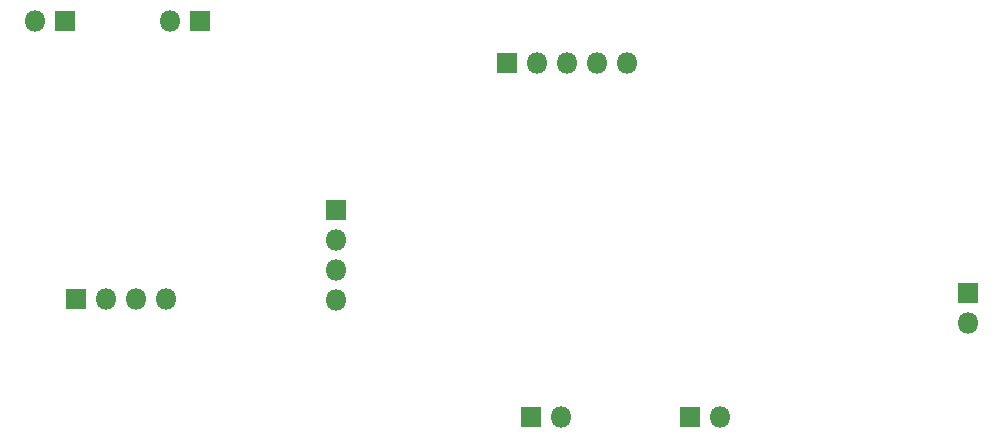
<source format=gbs>
%TF.GenerationSoftware,KiCad,Pcbnew,5.1.6-c6e7f7d~86~ubuntu20.04.1*%
%TF.CreationDate,2020-09-07T12:10:57+02:00*%
%TF.ProjectId,Driver,44726976-6572-42e6-9b69-6361645f7063,rev?*%
%TF.SameCoordinates,Original*%
%TF.FileFunction,Soldermask,Bot*%
%TF.FilePolarity,Negative*%
%FSLAX46Y46*%
G04 Gerber Fmt 4.6, Leading zero omitted, Abs format (unit mm)*
G04 Created by KiCad (PCBNEW 5.1.6-c6e7f7d~86~ubuntu20.04.1) date 2020-09-07 12:10:57*
%MOMM*%
%LPD*%
G01*
G04 APERTURE LIST*
%ADD10O,1.800000X1.800000*%
%ADD11R,1.800000X1.800000*%
G04 APERTURE END LIST*
D10*
%TO.C,J2*%
X49120000Y-138500000D03*
D11*
X41500000Y-138500000D03*
D10*
X44040000Y-138500000D03*
X46580000Y-138500000D03*
X85620000Y-118500000D03*
X83080000Y-118500000D03*
X80540000Y-118500000D03*
D11*
X78000000Y-118500000D03*
D10*
X88160000Y-118500000D03*
X63500000Y-138620000D03*
D11*
X63500000Y-131000000D03*
D10*
X63500000Y-136080000D03*
X63500000Y-133540000D03*
%TD*%
D11*
%TO.C,J1*%
X93500000Y-148500000D03*
D10*
X96040000Y-148500000D03*
D11*
X80000000Y-148500000D03*
D10*
X82540000Y-148500000D03*
D11*
X40500000Y-115000000D03*
D10*
X37960000Y-115000000D03*
D11*
X52000000Y-115000000D03*
D10*
X49460000Y-115000000D03*
D11*
X117000000Y-138000000D03*
D10*
X117000000Y-140540000D03*
%TD*%
M02*

</source>
